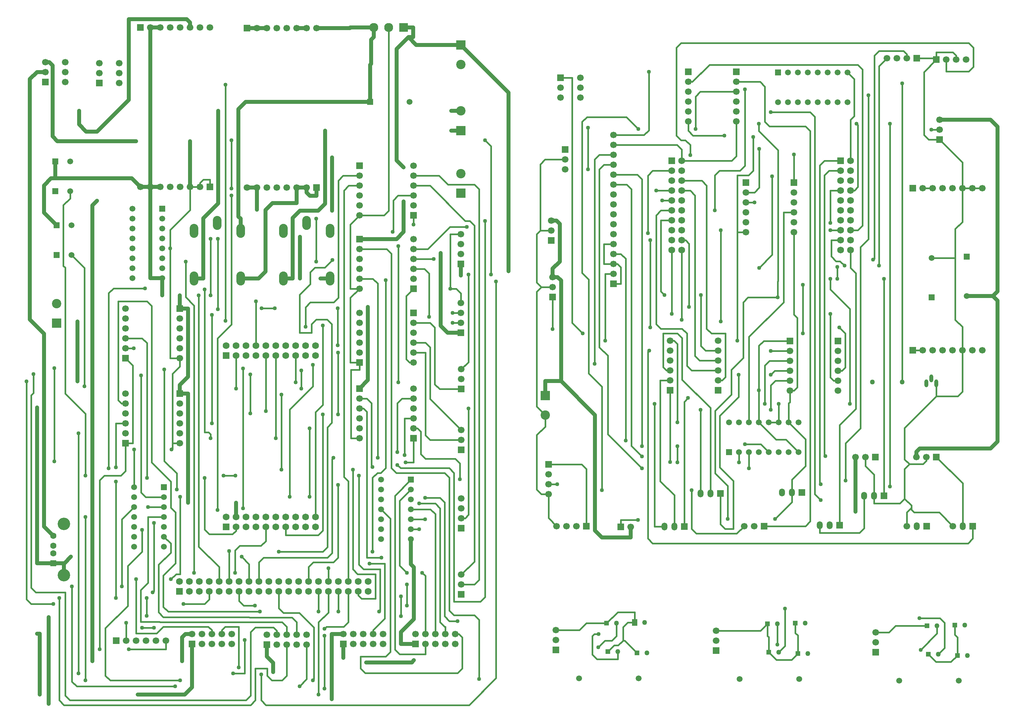
<source format=gbr>
G04 DipTrace 3.0.0.1*
G04 Bottom.gbr*
%MOIN*%
G04 #@! TF.FileFunction,Copper,L2,Bot*
G04 #@! TF.Part,Single*
G04 #@! TA.AperFunction,Conductor*
%ADD15C,0.03937*%
%ADD16C,0.015748*%
G04 #@! TA.AperFunction,ComponentPad*
%ADD17R,0.066929X0.066929*%
%ADD18C,0.066929*%
%ADD19R,0.094488X0.094488*%
%ADD20C,0.094488*%
%ADD21R,0.090551X0.090551*%
%ADD22C,0.090551*%
%ADD23R,0.059055X0.059055*%
%ADD24C,0.059055*%
%ADD25O,0.059055X0.07874*%
%ADD28R,0.062992X0.062992*%
%ADD29C,0.062992*%
%ADD30C,0.125984*%
%ADD31R,0.068898X0.068898*%
%ADD32C,0.068898*%
%ADD33O,0.086614X0.141732*%
%ADD34O,0.03937X0.07874*%
%ADD35C,0.05*%
%ADD36C,0.05*%
%ADD38R,0.055118X0.066929*%
%ADD39R,0.05X0.05*%
%ADD40C,0.059055*%
G04 #@! TA.AperFunction,ViaPad*
%ADD41C,0.04*%
%FSLAX26Y26*%
G04*
G70*
G90*
G75*
G01*
G04 Bottom*
%LPD*%
X3561026Y7331024D2*
D15*
X3895988D1*
X3900222Y7335257D1*
X4136295D1*
X2285978Y7335177D2*
Y7386358D1*
X2252513Y7419823D1*
X1670517D1*
Y6606949D1*
X1351316Y6287748D1*
X1304182Y950008D2*
Y1394197D1*
X2207178Y950008D2*
Y1188640D1*
X2240643Y1222105D1*
X2304822D1*
X863970Y519610D2*
Y1394197D1*
X3711781Y566854D2*
Y1222105D1*
X3829982D1*
X3361026Y7331024D2*
X3461026D1*
X4098760Y6585178D2*
X2845196D1*
X2774328Y6514311D1*
Y5430121D1*
X2796098Y5408350D1*
Y5286301D1*
X4136295Y7335257D2*
Y7238484D1*
X4110702Y7212891D1*
Y6970005D1*
X4098760Y6958063D1*
Y6585178D1*
X1351316Y6287748D2*
X1241076D1*
X1170210Y6358614D1*
Y6496724D1*
X1304182Y1394197D2*
Y5543642D1*
X1351316Y5590776D1*
X10107344Y4629073D2*
X10370542D1*
X10417786Y4676318D1*
Y6334853D1*
X10346920Y6405719D1*
X9833778D1*
X5924349Y5389122D2*
X5975530D1*
X6008995Y5355657D1*
Y4977105D1*
X5936850Y4904961D1*
Y4820312D1*
X5988034D1*
X6021499Y4786848D1*
Y3772129D1*
X6362652Y3430975D1*
Y2267322D1*
X6433518Y2196455D1*
X6724423D1*
Y2301319D1*
X8987192Y3007643D2*
Y2454648D1*
X9599756Y3007643D2*
Y3058825D1*
X9633220Y3092290D1*
X10346920D1*
X10417786Y3163156D1*
Y4581829D1*
X10370542Y4629073D1*
X6021499Y3772129D2*
X5861843D1*
Y3626458D1*
X3992454Y3197323D2*
D16*
X3907970D1*
Y3887118D1*
X3992454D1*
Y3959955D1*
X1375364Y1070413D2*
Y2772421D1*
X1422608Y2819665D1*
X1588873D1*
X1636115Y2866908D1*
Y3147318D1*
X1670954Y1070413D2*
X2042138D1*
Y1155375D1*
X3992454Y5441486D2*
X4239049D1*
X4286295Y5488732D1*
Y7335257D1*
X3992454Y4703731D2*
X3900092D1*
Y5349123D1*
X3992454Y5441486D1*
Y3959955D2*
X3900092D1*
Y4611369D1*
X3992454Y4703731D1*
X1636115Y3147318D2*
X1708950D1*
Y3930741D1*
X1636115Y4003576D1*
X5013911Y5253757D2*
X4905655D1*
Y4703728D1*
X1742505Y6190555D2*
D15*
X949643D1*
X902399Y6237799D1*
Y6953752D1*
X868934Y6987217D1*
X829563D1*
X1723542Y2703521D2*
D16*
Y3082220D1*
X1723545D1*
X4536312Y4703727D2*
X4463478Y4630892D1*
Y3993420D1*
X4496942Y3959955D1*
X4536312D1*
Y5441361D2*
Y5348063D1*
X2486091Y5728839D2*
Y5801673D1*
X2419555D1*
X2386091Y5768209D1*
Y5728839D1*
X4536312Y3197472D2*
Y2954043D1*
X4457887D1*
X2098399Y3082220D2*
X2110525Y3094346D1*
Y3147286D1*
X2183360D1*
Y4003710D2*
Y3920047D1*
X2110525Y3847213D1*
Y3147286D1*
X2085816Y5110346D2*
Y4003710D1*
X2183360D1*
X2286091Y5728839D2*
Y5496677D1*
X2085816Y5296403D1*
Y5110346D1*
X2286092Y6190555D2*
D15*
Y5728839D1*
X2286091D1*
X4905655Y4703728D2*
D16*
X4966667D1*
X5013911Y4656484D1*
Y4559934D1*
X2386091Y5728839D2*
X2286091D1*
X9799756Y3007643D2*
X10066287Y2741112D1*
Y2310631D1*
X5936850Y4620312D2*
Y4295455D1*
X5936849D1*
X8835749Y5893316D2*
X8719672D1*
X8672428Y5846072D1*
Y3015759D1*
X8684554D1*
X5897093Y2733072D2*
X5982054D1*
Y2733073D1*
X8637310D2*
X8625184Y2745199D1*
Y5946072D1*
X8672428Y5993316D1*
X8835749D1*
X7630093Y4371916D2*
Y5291534D1*
X7309570Y4520810D2*
Y5157088D1*
X7275121Y5191537D1*
X7235749D1*
X7300487Y3602479D2*
X7261990Y3563982D1*
Y2307570D1*
X8325783Y4075348D2*
X8133286D1*
Y4075349D1*
X8073920Y3543109D2*
Y3928104D1*
X8121164Y3975348D1*
X8325783D1*
X6961991Y3543109D2*
Y2307570D1*
X7061990D1*
X7235749Y5791537D2*
X7440436D1*
X7487680Y5744293D1*
Y4300420D1*
X7534924Y4253176D1*
X7677337D1*
Y3813803D1*
X7643873Y3780339D1*
X7604501D1*
X7121038Y3780329D2*
X7021361D1*
Y2764231D1*
X7161990Y2623602D1*
Y2307570D1*
X1087990Y2001197D2*
D15*
X1023500Y1936707D1*
X1017121D1*
Y1815841D1*
X2183360Y4635917D2*
Y4503710D1*
X1985978Y7335177D2*
X1885978D1*
X4809934Y5063098D2*
Y4490508D1*
X4511303Y2178529D2*
Y1925547D1*
X4539982Y1896869D1*
Y1372185D1*
X4409115Y1241319D1*
Y1122105D1*
X4555058D1*
X5493592Y4879555D2*
Y6680558D1*
X5013911Y7160239D1*
X1986091Y5728839D2*
X1886091D1*
X1017121Y1936707D2*
X910822D1*
X2748230Y2544677D2*
Y2402315D1*
X2748545D1*
X1786091Y5728839D2*
X1699843Y5815087D1*
X929572D1*
X886647D1*
X815781Y5744220D1*
Y5469609D1*
X942075Y5343315D1*
X5013911Y4953757D2*
Y4834594D1*
X4060832Y936949D2*
X4518741D1*
X4540301Y958508D1*
X1151860Y3768150D2*
Y4018177D1*
X773214Y614098D2*
Y1224606D1*
X745230D1*
X2304822Y1122105D2*
Y684966D1*
X2233954Y614098D1*
X1758749D1*
X3061151Y1115854D2*
Y994866D1*
X3121753Y934264D1*
Y839453D1*
X3829982Y982449D2*
Y1122105D1*
X4436848Y5581988D2*
Y5274597D1*
X4365982Y5203731D1*
X3992454D1*
X2861026Y7331024D2*
X2961026D1*
X5013911Y7160239D2*
X4564385D1*
X4485824Y7238799D1*
X4533068D1*
Y7335257D1*
X4436295D1*
X4077100Y4520035D2*
Y3781969D1*
X3992454Y3697323D1*
X2183360Y3647286D2*
X2268005D1*
Y2544677D1*
X2183360Y4503710D2*
X2268005D1*
Y3816579D1*
X2183360Y3731933D1*
Y3647286D1*
X2004790Y4810066D2*
Y4635917D1*
X2004793D1*
X1886091Y5728839D2*
Y4810066D1*
X2004790D1*
X1885978Y7335177D2*
Y7108858D1*
X1886091Y7108745D1*
Y5728839D1*
X4809934Y4490508D2*
Y4330801D1*
X4880801Y4259934D1*
X5013911D1*
X4485824Y7238799D2*
X4365671Y7118646D1*
Y5997185D1*
X4436848Y5926008D1*
X929572Y5815087D2*
Y5987133D1*
X929573D1*
X1886091Y5728839D2*
X1786091D1*
X745230Y1936709D2*
Y3506689D1*
X910822Y1936707D2*
X745230D1*
Y1936709D1*
X1151860Y4018177D2*
Y4371122D1*
X2961026Y7331024D2*
X3061026D1*
X2570738Y6494500D2*
Y5563425D1*
X2420588Y5413276D1*
Y4806301D1*
X2326098D1*
X5013911Y6494499D2*
X4915171D1*
Y6494500D1*
X3645852Y6297650D2*
Y5559303D1*
X3574986Y5488437D1*
X3391549D1*
X3320682Y5417571D1*
Y4806387D1*
X3226193D1*
X5013911Y6297648D2*
X4915171D1*
Y6297650D1*
X8935749Y5093316D2*
D16*
Y4911091D1*
X8988699Y4858140D1*
Y3493318D1*
X8826337Y3330955D1*
Y2320976D1*
X9273357Y4802609D2*
Y2617554D1*
X8803294Y4921349D2*
Y4802609D1*
X8731798Y5367136D2*
Y5693316D1*
X8835749D1*
X6894987Y5263030D2*
Y5844293D1*
X6942231Y5891537D1*
X7135749D1*
X7883836Y5574096D2*
X7968798D1*
Y5574097D1*
X8929329Y3543109D2*
Y4498463D1*
X8731798Y4695995D1*
Y4802609D1*
X8114552Y3355469D2*
X8214552D1*
Y3543109D1*
X8214554D1*
X7135749Y5691537D2*
X6979570D1*
Y5691538D1*
X8367301Y5474096D2*
X8261798D1*
Y4566067D1*
X7914552Y4218822D1*
Y3355469D1*
X8016038Y4913837D2*
X8146908Y5044707D1*
Y5834806D1*
X7321696Y6050908D2*
Y6153129D1*
X7274451Y6200373D1*
X7230487D1*
X7183243Y6247617D1*
Y7132794D1*
X7230487Y7180038D1*
X10126857D1*
X10174101Y7132794D1*
Y6939881D1*
X10126857Y6892636D1*
X9901264D1*
Y7012714D1*
X7570727Y5491538D2*
Y5846932D1*
X7617971Y5894176D1*
X7824507D1*
X7871751Y5941420D1*
Y6712660D1*
X8835749Y5293316D2*
X8731798D1*
Y5293318D1*
X9163428Y4995251D2*
X9175554Y5007377D1*
Y7051436D1*
X9222798Y7098680D1*
X9469152D1*
X9502617Y7065215D1*
Y7025845D1*
X8874790Y4935881D2*
X8829951Y4980719D1*
X8791172D1*
X8743928Y5027963D1*
Y5193316D1*
X8835749D1*
X9222798Y4935881D2*
Y6946026D1*
X9302617Y7025845D1*
X8935749Y5293316D2*
X9009570D1*
X9056814Y5340560D1*
Y6913428D1*
X9009570Y6960672D1*
X7515521D1*
X7342696Y6787846D1*
X7303323D1*
X7786787Y6787836D2*
X8025609D1*
X8072853Y6740592D1*
Y6386979D1*
X8120097Y6339735D1*
X8483451D1*
X8530696Y6292491D1*
Y2357877D1*
X8483450Y2310631D1*
X8065577D1*
X7334825Y2673699D2*
Y2281983D1*
X7382070Y2234739D1*
X7789685D1*
X7865577Y2310631D1*
X6798333Y6312499D2*
X6678255Y6432577D1*
X6281463D1*
X6234219Y6385333D1*
Y4863857D1*
X6300503Y4797573D1*
Y3850605D1*
X6433833Y3717274D1*
Y2673699D1*
X7376160Y6312499D2*
Y6640593D1*
X7423403Y6687836D1*
X7786787D1*
X9116184Y6653290D2*
Y5203900D1*
X9035944Y5123660D1*
Y3297617D1*
X8885707Y3147381D1*
Y2767790D1*
X8637310Y2573073D2*
X8577940Y2632444D1*
Y6436585D1*
X8530696Y6483829D1*
X8132223D1*
X910822Y2212298D2*
D15*
X816411Y2306709D1*
Y4250764D1*
X674049Y4393126D1*
Y6816350D1*
X744915Y6887217D1*
X829563D1*
X2861203Y5722588D2*
X2961203D1*
X3391864Y4806386D2*
Y5227335D1*
X3696193Y4806387D2*
X3601387D1*
Y4806386D1*
X2961203Y5722588D2*
Y5499445D1*
X2961202D1*
X3561203Y5722588D2*
Y5637941D1*
X3494668D1*
X3461203Y5671406D1*
Y5722588D1*
X3361203D2*
Y5567079D1*
X3116718D1*
X3045852Y5496213D1*
Y4877165D1*
X2974987Y4806301D1*
X2796098D1*
X3461203Y5722588D2*
X3361203D1*
X7956672Y6233121D2*
D16*
Y5894176D1*
X7909428Y5846932D1*
X7796077D1*
Y5274097D1*
Y4180339D1*
X9748818Y6305719D2*
X9833778D1*
X7303323Y6387846D2*
Y6294864D1*
X7350570Y6247617D1*
X7665790D1*
X7883836Y5274096D2*
X7796077Y5274097D1*
X6278004Y2310631D2*
Y2885827D1*
X6230759Y2933072D1*
X5897093D1*
X6551445Y6153127D2*
X7188503D1*
X7235749Y6105881D1*
Y5991537D1*
X8626337Y2320976D2*
Y2242235D1*
X9026112D1*
X9073357Y2289480D1*
Y2617554D1*
X8367301Y5274096D2*
Y4441274D1*
X8398621Y4409954D1*
Y3708812D1*
X8365156Y3675348D1*
X8325783D1*
X6551445Y4853127D2*
X6466487D1*
Y4180329D1*
X9662274Y5716143D2*
X9762274D1*
X7121038Y4180329D2*
X7160408D1*
X7193873Y4146865D1*
Y3355471D1*
X7235749Y5991537D2*
X7739542D1*
X7786787Y6038782D1*
Y6387836D1*
X8346075Y2648589D2*
Y2552362D1*
X8177180Y2383467D1*
X8314552Y3355469D2*
X8483451Y3186570D1*
Y2915192D1*
X8346075Y2777815D1*
Y2648589D1*
X8325783Y3675348D2*
Y3560143D1*
X8314552Y3548912D1*
Y3355469D1*
X6061604Y6004719D2*
X5859404D1*
X5812160Y5957475D1*
Y5289122D1*
X5775227Y5252189D1*
Y4767554D1*
X5822471Y4720310D1*
X5775227Y4673066D1*
Y3516223D1*
X5861843Y3429608D1*
X9602617Y7025845D2*
X9788133D1*
X9801264Y7012714D1*
X10062274Y4082285D2*
Y3665298D1*
X10015030Y3618054D1*
X9799786D1*
X9799787Y3618055D1*
Y3750724D1*
X8325783Y4175348D2*
X8061797D1*
X8014550Y4128101D1*
Y3680337D1*
X9087192Y3007643D2*
Y2915908D1*
X9173357Y2829743D1*
Y2617554D1*
X8935749Y5993316D2*
Y6405156D1*
X8974349Y6443756D1*
Y6815491D1*
X8905450Y6884390D1*
X5822471Y4720310D2*
Y4720312D1*
X5936850D1*
X7121038Y3680329D2*
Y2954944D1*
X9173357Y2617554D2*
Y2538814D1*
X9433987D1*
X9481231Y2586058D1*
X9548873Y2518416D1*
Y2495987D1*
X9501626Y2448740D1*
Y2310631D1*
X9699756Y3007643D2*
Y2968270D1*
X9666291Y2934806D1*
X9528475D1*
X9481231Y2982050D1*
Y3299499D1*
X9799787Y3618055D1*
X6551445Y6253127D2*
X6857702D1*
X6904948Y6300373D1*
Y6887845D1*
X10062274Y5716143D2*
Y5375932D1*
X9991199Y5304857D1*
Y5012609D1*
Y4389385D1*
X10062274Y4318310D1*
Y4082285D1*
X6551445Y4753127D2*
X6624282D1*
Y4919663D1*
X6590818Y4953127D1*
X6551445D1*
X9801264Y7012714D2*
Y7085550D1*
X9967799D1*
X10001264Y7052085D1*
Y7012714D1*
X10062274Y5716143D2*
X10162274D1*
X8367301Y5774096D2*
Y6055010D1*
X8367302D1*
X5897093Y2633072D2*
Y2391542D1*
X5978004Y2310631D1*
X5861843Y3429608D2*
Y3313239D1*
X5777014Y3228411D1*
Y2680316D1*
X5824259Y2633072D1*
X5897093D1*
X9481231Y2586058D2*
Y2887562D1*
X9528475Y2934806D1*
X9991199Y5012609D2*
X9754068D1*
X9833778Y6205719D2*
X10062274Y5977223D1*
Y5716143D1*
X9801264Y7012714D2*
X9675451Y6886902D1*
Y6252963D1*
X9722696Y6205719D1*
X9833778D1*
X5924349Y5289122D2*
X5812160D1*
X8014552Y3355469D2*
X8186282Y3183739D1*
X8286282D1*
X8414552Y3055469D1*
X8014550Y3680337D2*
Y3355469D1*
X8014552D1*
X9548873Y2495987D2*
Y2475589D1*
X9575719Y2448743D1*
X9828176D1*
X9966287Y2310631D1*
X6551445Y4953127D2*
X6454361D1*
Y5153127D1*
X6551445D1*
X10162274Y5716143D2*
X10262274D1*
X1600718Y1703173D2*
Y2380697D1*
X1723542Y2503521D1*
X2135997Y697091D2*
X1145320D1*
X1098076Y744335D1*
Y1703173D1*
X3388320Y697091D2*
X3461151Y769921D1*
Y1115854D1*
X1232470Y756461D2*
Y2403520D1*
X3640600Y1205067D2*
Y673469D1*
X4511303Y2778529D2*
X4350060Y2617286D1*
Y1065122D1*
X4397304Y1017878D1*
X4655058D1*
Y1122105D1*
X911214Y1525063D2*
X685860D1*
X638615Y1572307D1*
Y3768150D1*
X2220438Y1525063D2*
X2432564D1*
X2479808Y1572307D1*
Y1653411D1*
X920718Y2963220D2*
Y3902323D1*
X3776222Y2725740D2*
Y1993217D1*
X3728978Y1945972D1*
X3527052D1*
X3479808Y1898728D1*
Y1753411D1*
X1911182Y1643803D2*
X1923308Y1655929D1*
Y2344150D1*
X710112Y3842953D2*
Y3653114D1*
X685860Y3628862D1*
Y1691047D1*
X733104Y1643803D1*
X1029954D1*
Y601972D1*
X1077198Y554728D1*
X2849155D1*
X2896399Y601972D1*
Y1241445D1*
X2943643Y1288689D1*
X3127686D1*
X3161151Y1255224D1*
Y1215854D1*
X1792442Y3830831D2*
Y2650765D1*
X1839686Y2603521D1*
X2023542D1*
X970584Y1584433D2*
Y554728D1*
X1017828Y507484D1*
X2896399D1*
X2943643Y554728D1*
Y875209D1*
X3062383D1*
Y803717D1*
X3109627Y756472D1*
X3213907D1*
X3261151Y803717D1*
Y1115854D1*
X1541348Y2760295D2*
Y1584433D1*
X2023542Y2503521D2*
X1863938D1*
Y2503520D1*
X3261151Y1215854D2*
Y1294941D1*
X3213907Y1342185D1*
X1983891D1*
X1979123Y1346953D1*
X1791273D1*
Y1666843D1*
X1863938Y1739508D1*
Y2403521D1*
X2023542D1*
X2186556Y756461D2*
X1481978D1*
X1434734Y803705D1*
Y1281520D1*
X1660088Y1506874D1*
Y1908827D1*
X1804568Y2053307D1*
Y2273996D1*
X3361151Y1215854D2*
Y1342185D1*
X3313907Y1389429D1*
X2885505D1*
X2880738Y1394197D1*
X2017797D1*
X1970552Y1441441D1*
Y1921720D1*
X2092442Y2043610D1*
Y2134621D1*
X2023542Y2203521D1*
X4623289Y1840024D2*
X4655058Y1808255D1*
Y1222105D1*
X4468801Y1840024D2*
X4397304Y1911520D1*
Y2564530D1*
X4511303Y2678529D1*
Y2478529D2*
X4707812D1*
X4755058Y2431283D1*
Y1222105D1*
X4651698Y2597272D2*
X4802304D1*
X4849549Y2550028D1*
Y1401555D1*
X4896793Y1354311D1*
X4980415D1*
X4511303Y2378529D2*
X4651698D1*
Y2378528D1*
X4592328Y2537902D2*
X4755060D1*
X4802304Y2490657D1*
Y1342185D1*
X4849549Y1294941D1*
X4855058D1*
Y1222105D1*
X4511303Y2278529D2*
X4592328D1*
Y2278528D1*
X4955058Y1222105D2*
X4994430D1*
X5027895Y1188640D1*
Y877579D1*
X4980651Y830335D1*
X4048706D1*
X4001462Y877579D1*
Y996319D1*
X4255572D1*
X4302816Y1043563D1*
Y2387016D1*
X4211303Y2478529D1*
X9457073Y3763416D2*
Y6772030D1*
X3927052Y2879602D2*
Y1874476D1*
X3974297Y1827232D1*
X4153627D1*
Y1579591D1*
X4014256D1*
X3979808Y1614038D1*
Y1653411D1*
X3207966Y3635657D2*
Y2879602D1*
X1223356Y3720154D2*
Y4912034D1*
X1092075Y5043315D1*
X2805993Y2001197D2*
X2879808Y1927382D1*
Y1753411D1*
X1232470Y2819669D2*
Y3442445D1*
X1028690Y3646224D1*
Y4916091D1*
X1010974Y4933807D1*
Y5544661D1*
X1079573Y5613261D1*
Y5687133D1*
X6401134Y1222865D2*
X6355512D1*
X6335512Y1202865D1*
Y1015314D1*
X6382756Y968070D1*
X6593169D1*
Y1044936D1*
X6394882Y1088692D2*
X6462740Y1156550D1*
X6533423D1*
X6580667Y1203794D1*
Y1332466D1*
X6786950Y1032436D2*
X6662836Y1156550D1*
X6645039D1*
Y1291471D1*
X6692286Y1338718D1*
X6761948D1*
X6645039Y1156550D2*
X6597795Y1109306D1*
X6557539D1*
X6493169Y1044936D1*
X6480667Y1332466D2*
X6275413D1*
X6206635Y1263688D1*
X5970379D1*
X6761948Y1338718D2*
Y1444081D1*
X6592282D1*
X6480667Y1332466D1*
X8276461Y1479516D2*
Y1103056D1*
X8212089Y1038685D1*
X8199587Y1115181D2*
Y1326215D1*
X7583049Y1257437D2*
X8030808D1*
X8099587Y1326215D1*
X8405870Y1026185D2*
Y1208311D1*
X8380867Y1233314D1*
Y1332467D1*
X8112089Y1038685D2*
X8188959Y961815D1*
X8341500D1*
X8405870Y1026185D1*
X8099587Y1326215D2*
Y1203794D1*
X8112089Y1191291D1*
Y1038685D1*
X9629512Y1383961D2*
X9835634D1*
X9882878Y1336717D1*
Y1084303D1*
X9818508Y1019933D1*
X9641638Y1063689D2*
X9806005Y1228056D1*
Y1307463D1*
X9706005D2*
X9391181D1*
X9322403Y1238685D1*
X9189467D1*
X9987286Y1313715D2*
Y1214602D1*
X10012289Y1189600D1*
Y1007433D1*
X9947919Y943063D1*
X9795378D1*
X9718508Y1019933D1*
X3717033Y5488437D2*
D15*
Y6025819D1*
X5017606Y3178852D2*
D16*
X4703635D1*
X4656391Y3226096D1*
Y4059955D1*
X4536312D1*
X3776277Y3436142D2*
Y4059953D1*
X3622364Y3436142D2*
Y2267433D1*
X3575119Y2220189D1*
X3248545D1*
Y2302315D1*
X1851812Y2797236D2*
Y4156332D1*
X1804568Y4203576D1*
X1636115D1*
X2433990Y2797236D2*
Y2275740D1*
X2481234Y2228496D1*
X2714096D1*
X2748545Y2262945D1*
Y2302315D1*
X2504860Y3347287D2*
Y4438067D1*
X5013911Y4359934D2*
X4928950D1*
Y4359933D1*
X3048596Y3469673D2*
Y4028667D1*
X2493360Y3195795D2*
Y3235161D1*
X2473360Y3255161D1*
X2433990D1*
Y4695287D1*
X5013911Y4459934D2*
X4928675D1*
Y4459933D1*
X3148596Y3195795D2*
Y4028667D1*
X4384438Y3758031D2*
Y5132547D1*
X3348596Y3758031D2*
Y4028667D1*
X2643777Y6760697D2*
Y4378697D1*
X2891537Y3838709D2*
Y3447287D1*
X2564856Y5204835D2*
Y4497437D1*
X2703147Y6198909D2*
Y5712980D1*
X5315797Y4846720D2*
Y6139539D1*
X5256427Y6198909D1*
X5090442Y4846720D2*
Y3964252D1*
X5017606Y3891416D1*
X2948596Y4576547D2*
Y4128667D1*
X1636115Y4103576D2*
X1721076D1*
Y4103575D1*
X4536312Y4359955D2*
X4703635D1*
X4750879Y4312711D1*
Y3738661D1*
X4798125Y3691416D1*
X5017606D1*
X3622415Y4334366D2*
Y3532449D1*
X3548545Y3458579D1*
Y2402315D1*
X4536312Y4159955D2*
X4656391D1*
X4703635Y4112711D1*
Y3592823D1*
X5017606Y3278852D1*
X3407966Y3695350D2*
Y3878079D1*
X2748596Y3695350D2*
Y4028667D1*
X4692139Y4419327D2*
Y4856483D1*
X4644895Y4903727D1*
X4536312D1*
X2374619Y4635917D2*
Y2103916D1*
X2579808Y1898727D1*
Y1753411D1*
X4373950Y2926803D2*
X4406080Y2894673D1*
X4896793D1*
X4944037Y2847429D1*
Y1549323D1*
X5209182D1*
X5256427Y1596567D1*
Y5385965D1*
X3555997Y4975996D2*
Y5408752D1*
X2327375Y1839358D2*
Y4534224D1*
X2242730Y4618870D1*
Y4975996D1*
X1850643Y1406323D2*
Y1584433D1*
X1922139Y1287583D2*
X1803399D1*
X1833060Y4707098D2*
X1514883D1*
X1467639Y4659854D1*
Y2891161D1*
X4325068Y5276567D2*
X4333541Y5285039D1*
Y5594117D1*
X4380785Y5641361D1*
X4536312D1*
X2564230Y2473496D2*
Y4202488D1*
X2703147Y4341406D1*
Y5641484D1*
X2679808Y2060567D2*
Y1753411D1*
X4445761Y3025539D2*
Y3397472D1*
X4536312D1*
X4468801Y1508169D2*
Y1721398D1*
X2939178Y1508169D2*
X2827051D1*
X2779808Y1555412D1*
Y1653411D1*
X5090442Y3497472D2*
Y2424442D1*
X5056978Y2390978D1*
X5017606D1*
X4409430Y1602657D2*
Y1401555D1*
X4212997Y1993217D2*
X4065289D1*
Y3463858D1*
X4031824Y3497323D1*
X3992454D1*
X4124659Y2052587D2*
Y2800185D1*
X4171903Y2847429D1*
X4207966D1*
X4255210Y2894673D1*
Y4788685D1*
X4175218Y2998339D2*
Y4756487D1*
X4127974Y4803731D1*
X3992454D1*
X3728978Y2998339D2*
X3716852Y2986213D1*
Y2040461D1*
X3669608Y1993217D1*
X3027052D1*
X2979808Y1945972D1*
Y1753411D1*
X4373950Y3057709D2*
Y3550228D1*
X4421194Y3597472D1*
X4536312D1*
X4094257Y1933846D2*
X4248115D1*
Y1379609D1*
X4129982Y1261475D1*
Y1222105D1*
X4124659Y2906799D2*
X4112533Y2918925D1*
Y3550079D1*
X4065289Y3597323D1*
X3992454D1*
X1744029Y1774669D2*
Y1228213D1*
X1948143D1*
X2014871Y1294941D1*
X2471356D1*
X2504822Y1261475D1*
Y1222105D1*
X2186930Y2607000D2*
Y1827232D1*
X2145009D1*
X2092446Y1774669D1*
X3522415Y3937449D2*
Y3718717D1*
X3289230Y3485531D1*
Y2607000D1*
X3773895Y4505051D2*
Y4131449D1*
X3007966Y4505051D2*
X3141155D1*
X5073990Y5326594D2*
X4903510D1*
X4680643Y5103727D1*
X4536312D1*
X2491769Y5204835D2*
X2493360Y5203244D1*
Y4635917D1*
X5197060Y768276D2*
Y1366437D1*
X5149816Y1413681D1*
X4944037D1*
X4896793Y1460925D1*
Y2800185D1*
X4849549Y2847429D1*
X4361824D1*
X4314580Y2894673D1*
Y5056487D1*
X4267336Y5103731D1*
X3992454D1*
X3521860Y756461D2*
X3533986Y768587D1*
Y1288689D1*
X3386001Y1436673D1*
X3227051D1*
X3179808Y1483916D1*
Y1653411D1*
X2777659Y886705D2*
Y1294941D1*
X2638286D1*
X2604822Y1261476D1*
Y1222105D1*
X5366356Y4775228D2*
Y778374D1*
X5095466Y507484D1*
X3050257D1*
X3003013Y554728D1*
Y815839D1*
X4536312Y5003727D2*
X4738442D1*
Y5003728D1*
X3719501Y4991606D2*
X3644521Y4916626D1*
X3543875D1*
X3496631Y4869382D1*
Y4749461D1*
X3390021Y4642850D1*
Y4259957D1*
X3508761D1*
Y4346492D1*
X3556005Y4393736D1*
X3667281D1*
X3714525Y4346492D1*
Y3351988D1*
X3669608Y3307071D1*
Y2099831D1*
X3622364Y2052587D1*
X3179808D1*
X2989738Y1448799D2*
X2065041D1*
X2017797Y1496043D1*
Y1813531D1*
X2139686Y1935421D1*
Y2448134D1*
X2092442Y2495378D1*
Y2759913D1*
X1899056Y2953299D1*
Y4529169D1*
X1851812Y4576413D1*
X1563281D1*
Y3580782D1*
X1596745Y3547318D1*
X1636115D1*
X3579808Y1448799D2*
Y1653411D1*
X1642138Y1155375D2*
Y1334827D1*
X1642139D1*
X3581230Y614098D2*
Y1342185D1*
X3679808Y1440764D1*
Y1653411D1*
X5017606Y1722157D2*
X5149812D1*
X5197056Y1769402D1*
Y5705705D1*
X5149812Y5752949D1*
X4882362D1*
X4793950Y5841361D1*
X4536312D1*
X3449391Y4319327D2*
Y4517177D1*
X3496635Y4564421D1*
X3731627D1*
X3778871Y4611665D1*
Y5794240D1*
X3826117Y5841486D1*
X3992454D1*
X2819726Y2488260D2*
Y3898079D1*
X3679808Y1886602D2*
Y1753411D1*
X3779808Y1448799D2*
Y1653411D1*
X3986423Y2820232D2*
Y1921720D1*
X4033667Y1874476D1*
X4200871D1*
Y1460925D1*
X4188745Y1448799D1*
X2623600Y2820232D2*
X2742340D1*
X1539135Y2903850D2*
Y3347318D1*
X1636115D1*
X1161513Y827331D2*
Y3247315D1*
X2837029Y1162732D2*
Y827335D1*
X2718289D1*
X3640600Y1276563D2*
X3658978Y1294941D1*
X3832564D1*
X3879808Y1342185D1*
Y1653411D1*
X5017606Y1822157D2*
X5149812Y1954364D1*
Y5338720D1*
X5102568Y5385965D1*
X5057564D1*
X4702168Y5741361D1*
X4536312D1*
X3879808Y1753411D2*
Y2763031D1*
X3835647Y2807193D1*
Y5694240D1*
X3882892Y5741486D1*
X3992454D1*
X5003407Y2781894D2*
Y2941917D1*
X4956163Y2989161D1*
X4656391D1*
X4609147Y3036406D1*
Y3264007D1*
X4575681Y3297472D1*
X4536312D1*
X3489175Y2607000D2*
Y3297323D1*
X2026450Y3890201D2*
Y2966531D1*
X2151812Y2841169D1*
Y2678496D1*
X2739178Y1839358D2*
Y2066331D1*
X2786423Y2113575D1*
X3001301D1*
X3048545Y2160819D1*
Y2302315D1*
X8016042Y6114381D2*
Y5721340D1*
X7968798Y5674096D1*
X7883836D1*
X7698420Y2383467D2*
Y2716983D1*
X7572829Y2842573D1*
Y3471613D1*
X7736711Y3635495D1*
Y3886388D1*
X7855448Y4005125D1*
Y4567727D1*
X7902692Y4614971D1*
X8202428D1*
X6795605Y2374156D2*
X6624423D1*
Y2301319D1*
X8202428Y4614971D2*
Y4776609D1*
X8206278Y4780459D1*
Y6099696D1*
X8013483Y6292491D1*
Y6365089D1*
X6835617Y3014314D2*
X6730896Y3119034D1*
Y5705883D1*
X6683652Y5753127D1*
X6551445D1*
X6835617Y3114841D2*
Y5805883D1*
X6788373Y5853127D1*
X6551445D1*
X7192534Y2951814D2*
Y3114841D1*
X7814552Y3055469D2*
Y2951814D1*
X7814554D1*
X6835617Y2892444D2*
X6493203Y3234857D1*
Y4028294D1*
X6407117Y4114381D1*
Y5905883D1*
X6454361Y5953127D1*
X6551445D1*
X7914552Y3055469D2*
Y2892444D1*
X7914554D1*
X6359873Y3944845D2*
Y6005883D1*
X6407117Y6053127D1*
X6551445D1*
X7873924Y3136495D2*
X8033526D1*
X8114552Y3055469D1*
X6671526Y3174211D2*
Y5005883D1*
X6624282Y5053127D1*
X6551445D1*
X6293589Y6325963D2*
Y5904719D1*
X7135749Y5591537D2*
X7038936D1*
Y5591538D1*
X7604501Y3980339D2*
X7416184D1*
X7368940Y4027583D1*
Y5644290D1*
X7321693Y5691537D1*
X7235749D1*
X7061932Y4639546D2*
X7026814Y4674664D1*
Y5391537D1*
X7135749D1*
X7428310Y4639546D2*
Y4127583D1*
X7475554Y4080339D1*
X7604501D1*
X6909007Y4080329D2*
X6896881Y4068203D1*
Y2184644D1*
X6944125Y2137400D1*
X10119043D1*
X10166287Y2184644D1*
Y2310631D1*
X6241133Y4253176D2*
X6134440Y4359869D1*
Y6828699D1*
X6016824D1*
X9662274Y4082285D2*
X9562274D1*
X8457991Y4253176D2*
Y4743239D1*
X9332727Y6365089D2*
Y2708420D1*
X8997444Y6365089D2*
X9009570Y6352963D1*
Y5727765D1*
X8975121Y5693316D1*
X8935749D1*
X7235749Y5091537D2*
Y4389944D1*
X7235751D1*
X6920199Y4312546D2*
Y5191534D1*
X8822715Y4312546D2*
X8882085Y4253176D1*
Y3908823D1*
X8848621Y3875358D1*
X8809249D1*
X8731798Y4449314D2*
Y3808823D1*
X8765262Y3775358D1*
X8809249D1*
X7135749Y5091537D2*
Y4449314D1*
X7135751D1*
X8133290Y3834719D2*
X8173919Y3875348D1*
X8325783D1*
X7808207Y3834719D2*
Y3612503D1*
X7620073Y3424369D1*
Y2902837D1*
X7757790Y2765121D1*
Y2281983D1*
X7672827D1*
X7625583Y2329227D1*
Y2638243D1*
X7425583D2*
Y3483739D1*
X7425585D1*
X8133290D2*
Y3728104D1*
X8180534Y3775348D1*
X8325783D1*
X7135749Y5491537D2*
X7026814D1*
X6979570Y5444293D1*
Y4347652D1*
X7026814Y4300408D1*
X7241117D1*
X7288361Y4253164D1*
Y3927585D1*
X7335608Y3880339D1*
X7604501D1*
X7525583Y2638243D2*
Y3501383D1*
X7241117Y3785849D1*
Y4205920D1*
X7193873Y4253164D1*
X7048203D1*
Y3913794D1*
X7081668Y3880329D1*
X7121038D1*
D41*
X1351316Y5590776D3*
Y6287748D3*
X1170210Y6496724D3*
X2207178Y950008D3*
X1304182D3*
X863970Y1394197D3*
Y519610D3*
X3711781Y566854D3*
X1304182Y1394197D3*
X8987192Y2454648D3*
X1375364Y1070413D3*
X1670954D3*
X1742505Y6190555D3*
X2286092D3*
X1723545Y3082220D3*
X2098399D3*
X2085816Y5110346D3*
X4536312Y5348063D3*
X4457887Y2954043D3*
X4905655Y4703728D3*
X5936849Y4295455D3*
X8684554Y3015759D3*
X8637310Y2733073D3*
X5982054D3*
X7630093Y5291534D3*
Y4371916D3*
X7309570Y4520810D3*
X7300487Y3602479D3*
X8133286Y4075349D3*
X8073920Y3543109D3*
X6961991D3*
X2004793Y4635917D3*
X745230Y3506689D3*
X2268005Y2544677D3*
X2748230D3*
X4809934Y5063098D3*
X5013911Y4834594D3*
X4540301Y958508D3*
X4060832Y936949D3*
X1151860Y4371122D3*
Y3768150D3*
X745230Y1224606D3*
X773214Y614098D3*
X1758749D3*
X1087990Y2001197D3*
X3121753Y839453D3*
X4436848Y5581988D3*
X2183360Y4635917D3*
X1151860Y4018177D3*
X4436848Y5926008D3*
X4077100Y4520035D3*
X4809934Y4490508D3*
X5493592Y4879555D3*
X3829982Y982449D3*
X745230Y1936709D3*
X2570738Y6494500D3*
X4915171D3*
X3645852Y6297650D3*
X4915171D3*
X9273357Y4802609D3*
X8803294D3*
Y4921349D3*
X8731798Y5367136D3*
X6894987Y5263030D3*
X7968798Y5574097D3*
X8731798Y4802609D3*
X8929329Y3543109D3*
X8214554D3*
X6979570Y5691538D3*
X8146908Y5834806D3*
X8016038Y4913837D3*
X7321696Y6050908D3*
X7871751Y6712660D3*
X7570727Y5491538D3*
X9163428Y4995251D3*
X8731798Y5293318D3*
X8874790Y4935881D3*
X9222798D3*
X7334825Y2673699D3*
X6433833D3*
X6798333Y6312499D3*
X7376160D3*
X8885707Y2767790D3*
X9116184Y6653290D3*
X8132223Y6483829D3*
X8637310Y2573073D3*
X2961202Y5499445D3*
X3391864Y5227335D3*
Y4806386D3*
X3601387D3*
X9748818Y6305719D3*
X7665790Y6247617D3*
X7956672Y6233121D3*
X7796077Y4180339D3*
X8177180Y2383467D3*
X6466487Y4180329D3*
X7193873Y3355471D3*
X7121038Y2954944D3*
X6904948Y6887845D3*
X8367302Y6055010D3*
X8014550Y3680337D3*
X1600718Y1703173D3*
X1098076D3*
X2135997Y697091D3*
X3388320D3*
X1232470Y2403520D3*
Y756461D3*
X3640600Y673469D3*
Y1205067D3*
X638615Y3768150D3*
X911214Y1525063D3*
X2220438D3*
X920718Y3902323D3*
Y2963220D3*
X3776222Y2725740D3*
X1923308Y2344150D3*
X1911182Y1643803D3*
X710112Y3842953D3*
X1792442Y3830831D3*
X970584Y1584433D3*
X1541348D3*
Y2760295D3*
X1863938Y2503520D3*
X1804568Y2273996D3*
X2186556Y756461D3*
X4623289Y1840024D3*
X4468801D3*
X4980415Y1354311D3*
X4651698Y2597272D3*
Y2378528D3*
X4592328Y2537902D3*
Y2278528D3*
X9457073Y6772030D3*
X3927052Y2879602D3*
X3207966D3*
Y3635657D3*
X1223356Y3720154D3*
X2805993Y2001197D3*
X1232470Y2819669D3*
X6401134Y1222865D3*
X6394882Y1088692D3*
X8276461Y1479516D3*
X8199587Y1115181D3*
X9629512Y1383961D3*
X9641638Y1063689D3*
X3717033Y6025819D3*
Y5488437D3*
X3776277Y4059953D3*
Y3436142D3*
X3622364D3*
X1851812Y2797236D3*
X2433990D3*
X2504860Y4438067D3*
X4928950Y4359933D3*
X3048596Y3469673D3*
X2504860Y3347287D3*
X2433990Y4695287D3*
X4928675Y4459933D3*
X3148596Y3195795D3*
X2493360D3*
X4384438Y5132547D3*
Y3758031D3*
X3348596D3*
X2643777Y4378697D3*
Y6760697D3*
X2891537Y3447287D3*
Y3838709D3*
X2564856Y4497437D3*
Y5204835D3*
X2703147Y5712980D3*
Y6198909D3*
X5256427D3*
X5315797Y4846720D3*
X5090442D3*
X2948596Y4576547D3*
X1721076Y4103575D3*
X3622415Y4334366D3*
X3407966Y3878079D3*
Y3695350D3*
X2748596D3*
X4692139Y4419327D3*
X2374619Y4635917D3*
X5256427Y5385965D3*
X4373950Y2926803D3*
X3555997Y5408752D3*
Y4975996D3*
X2242730D3*
X2327375Y1839358D3*
X1850643Y1584433D3*
Y1406323D3*
X1803399Y1287583D3*
X1922139D3*
X1467639Y2891161D3*
X1833060Y4707098D3*
X4325068Y5276567D3*
X2703147Y5641484D3*
X2564230Y2473496D3*
X2679808Y2060567D3*
X4445761Y3025539D3*
X4468801Y1721398D3*
Y1508169D3*
X2939178D3*
X5090442Y3497472D3*
X4409430Y1401555D3*
Y1602657D3*
X4212997Y1993217D3*
X4255210Y4788685D3*
X4124659Y2052587D3*
X3728978Y2998339D3*
X4175218D3*
X4373950Y3057709D3*
X4094257Y1933846D3*
X4124659Y2906799D3*
X1744029Y1774669D3*
X2092446D3*
X2186930Y2607000D3*
X3289230D3*
X3522415Y3937449D3*
X3773895Y4131449D3*
Y4505051D3*
X3141155D3*
X3007966D3*
X2493360Y4635917D3*
X2491769Y5204835D3*
X5073990Y5326594D3*
X3521860Y756461D3*
X5197060Y768276D3*
X2777659Y886705D3*
X3003013Y815839D3*
X5366356Y4775228D3*
X4738442Y5003728D3*
X3179808Y2052587D3*
X3719501Y4991606D3*
X2989738Y1448799D3*
X3579808D3*
X1642139Y1334827D3*
X3581230Y614098D3*
X3449391Y4319327D3*
X2819726Y3898079D3*
Y2488260D3*
X3679808Y1886602D3*
X3779808Y1448799D3*
X4188745D3*
X3986423Y2820232D3*
X2742340D3*
X2623600D3*
X1539135Y2903850D3*
X1161513Y3247315D3*
Y827331D3*
X2718289Y827335D3*
X2837029Y1162732D3*
X3640600Y1276563D3*
X5003407Y2781894D3*
X3489175Y3297323D3*
Y2607000D3*
X2151812Y2678496D3*
X2026450Y3890201D3*
X2739178Y1839358D3*
X8016042Y6114381D3*
X8013483Y6365089D3*
X6795605Y2374156D3*
X7698420Y2383467D3*
X8202428Y4614971D3*
X6835617Y3014314D3*
Y3114841D3*
X7192534D3*
Y2951814D3*
X7814554D3*
X6835617Y2892444D3*
X7914554D3*
X6359873Y3944845D3*
X7873924Y3136495D3*
X6671526Y3174211D3*
X6293589Y5904719D3*
Y6325963D3*
X7038936Y5591538D3*
X7061932Y4639546D3*
X7428310D3*
X6909007Y4080329D3*
X6241133Y4253176D3*
X8457991Y4743239D3*
Y4253176D3*
X9332727Y2708420D3*
Y6365089D3*
X8997444D3*
X7235751Y4389944D3*
X6920199Y5191534D3*
Y4312546D3*
X8822715D3*
X8731798Y4449314D3*
X7135751D3*
X8133290Y3834719D3*
X7808207D3*
X7425585Y3483739D3*
X8133290D3*
D17*
X5936850Y4620312D3*
D18*
Y4720312D3*
Y4820312D3*
D19*
X5013911Y7160239D3*
D20*
Y6963388D3*
D19*
X5861843Y3626458D3*
D20*
Y3429608D3*
D21*
X4436295Y7335257D3*
D22*
X4286295D3*
X4136295D3*
D17*
X9833778Y6205719D3*
D18*
Y6305719D3*
Y6405719D3*
D23*
X7714552Y3055469D3*
D24*
X7814552D3*
X7914552D3*
X8014552D3*
X8114552D3*
X8214552D3*
X8314552D3*
X8414552D3*
Y3355469D3*
X8314552D3*
X8214552D3*
X8114552D3*
X8014552D3*
X7914552D3*
X7814552D3*
X7714552D3*
D17*
X5924349Y5189122D3*
D18*
Y5289122D3*
Y5389122D3*
D17*
X9187192Y3007643D3*
D18*
X9087192D3*
X8987192D3*
D17*
X9799756D3*
D18*
X9699756D3*
X9599756D3*
D17*
X5013911Y4953757D3*
D18*
Y5053757D3*
Y5153757D3*
Y5253757D3*
D17*
X5017606Y3691416D3*
D18*
Y3791416D3*
Y3891416D3*
D17*
X5897093Y2933072D3*
D18*
Y2833072D3*
Y2733072D3*
Y2633072D3*
D17*
X7261990Y2307570D3*
D25*
X7161990D3*
X7061990D3*
D17*
X5013911Y4259934D3*
D18*
Y4359934D3*
Y4459934D3*
Y4559934D3*
D17*
X5017606Y3078852D3*
D18*
Y3178852D3*
Y3278852D3*
D17*
X3829982Y1122105D3*
D18*
Y1222105D3*
X3929982Y1122105D3*
Y1222105D3*
X4029982Y1122105D3*
Y1222105D3*
X4129982Y1122105D3*
Y1222105D3*
X4229982Y1122105D3*
Y1222105D3*
D17*
X6061604Y6104719D3*
D18*
Y6004719D3*
Y5904719D3*
D17*
X1785978Y7335177D3*
D18*
X1885978D3*
X1985978D3*
X2085978D3*
X2185978D3*
X2285978D3*
X2385978D3*
X2485978D3*
D17*
X9562274Y4082285D3*
D18*
X9662274D3*
X9762274D3*
X9862274D3*
X9962274D3*
X10062274D3*
X10162274D3*
X10262274D3*
D17*
X2486091Y5728839D3*
D18*
X2386091D3*
X2286091D3*
X2186091D3*
X2086091D3*
X1986091D3*
X1886091D3*
X1786091D3*
D17*
X9562274Y5716143D3*
D18*
X9662274D3*
X9762274D3*
X9862274D3*
X9962274D3*
X10062274D3*
X10162274D3*
X10262274D3*
D17*
X2861026Y7331024D3*
D18*
X2961026D3*
X3061026D3*
X3161026D3*
X3261026D3*
X3361026D3*
X3461026D3*
X3561026D3*
D17*
X3561203Y5722588D3*
D18*
X3461203D3*
X3361203D3*
X3261203D3*
X3161203D3*
X3061203D3*
X2961203D3*
X2861203D3*
D23*
X4098760Y6585178D3*
D24*
X4496398D3*
D17*
X2304822Y1122105D3*
D18*
Y1222105D3*
X2404822Y1122105D3*
Y1222105D3*
X2504822Y1122105D3*
Y1222105D3*
X2604822Y1122105D3*
Y1222105D3*
X2704822Y1122105D3*
Y1222105D3*
D23*
X929573Y5987133D3*
D24*
X1079573D3*
D23*
X929573Y5687133D3*
D24*
X1079573D3*
D23*
X942075Y5343315D3*
D24*
X1092075D3*
D23*
X942075Y5043315D3*
D24*
X1092075D3*
D19*
X5013911Y6297648D3*
D20*
Y6494499D3*
D19*
Y5666332D3*
D20*
Y5863182D3*
D17*
X5017606Y2290978D3*
D18*
Y2390978D3*
Y2490978D3*
Y2590978D3*
D17*
Y1622157D3*
D18*
Y1722157D3*
Y1822157D3*
D17*
X1542138Y1155375D3*
D18*
X1642138D3*
X1742138D3*
X1842138D3*
X1942138D3*
X2042138D3*
D23*
X10107344Y5026711D3*
D24*
Y4629073D3*
D17*
X8826337Y2320976D3*
D25*
X8726337D3*
X8626337D3*
D17*
X9273357Y2617554D3*
D25*
X9173357D3*
X9073357D3*
D28*
X910822Y1936707D3*
D29*
Y2035133D3*
Y2113873D3*
Y2212298D3*
D30*
X1017121Y1815841D3*
Y2333164D3*
D31*
X2648545Y2302315D3*
D32*
X2748545D3*
X2848545D3*
X2948545D3*
X3048545D3*
X3148545D3*
X3248545D3*
X3348545D3*
X3448545D3*
X3548545D3*
Y2402315D3*
X3448545D3*
X3348545D3*
X3248545D3*
X3148545D3*
X3048545D3*
X2948545D3*
X2848545D3*
X2748545D3*
X2648545D3*
D31*
X2648596Y4028667D3*
D32*
X2748596D3*
X2848596D3*
X2948596D3*
X3048596D3*
X3148596D3*
X3248596D3*
X3348596D3*
X3448596D3*
X3548596D3*
Y4128667D3*
X3448596D3*
X3348596D3*
X3248596D3*
X3148596D3*
X3048596D3*
X2948596D3*
X2848596D3*
X2748596D3*
X2648596D3*
D33*
X2561098Y5366301D3*
X2326098Y5286301D3*
X2796098D3*
Y4806301D3*
X2326098D3*
X3461193Y5366387D3*
X3226193Y5286387D3*
X3696193D3*
Y4806387D3*
X3226193D3*
D17*
X6551445Y4753127D3*
D18*
Y4853127D3*
Y4953127D3*
Y5053127D3*
Y5153127D3*
Y5253127D3*
Y5353127D3*
Y5453127D3*
Y5553127D3*
Y5653127D3*
Y5753127D3*
Y5853127D3*
Y5953127D3*
Y6053127D3*
Y6153127D3*
Y6253127D3*
D17*
X8367301Y5774096D3*
D18*
Y5674096D3*
Y5574096D3*
Y5474096D3*
Y5374096D3*
Y5274096D3*
D17*
X7883836Y5774096D3*
D18*
Y5674096D3*
Y5574096D3*
Y5474096D3*
Y5374096D3*
Y5274096D3*
D17*
X9801264Y7012714D3*
D18*
X9901264D3*
X10001264D3*
X10101264D3*
D17*
X9602617Y7025845D3*
D18*
X9502617D3*
X9402617D3*
X9302617D3*
D17*
X4536312Y3197472D3*
D18*
Y3297472D3*
Y3397472D3*
Y3497472D3*
Y3597472D3*
Y3697472D3*
D17*
X3992454Y3697323D3*
D18*
Y3597323D3*
Y3497323D3*
Y3397323D3*
Y3297323D3*
Y3197323D3*
D17*
X4536312Y4703727D3*
D18*
Y4803727D3*
Y4903727D3*
Y5003727D3*
Y5103727D3*
Y5203727D3*
D17*
X3992454Y5203731D3*
D18*
Y5103731D3*
Y5003731D3*
Y4903731D3*
Y4803731D3*
Y4703731D3*
D17*
X2183360Y3647286D3*
D18*
Y3547286D3*
Y3447286D3*
Y3347286D3*
Y3247286D3*
Y3147286D3*
D17*
X1636115Y3147318D3*
D18*
Y3247318D3*
Y3347318D3*
Y3447318D3*
Y3547318D3*
Y3647318D3*
D17*
X2183360Y4503710D3*
D18*
Y4403710D3*
Y4303710D3*
Y4203710D3*
Y4103710D3*
Y4003710D3*
D17*
X1636115Y4003576D3*
D18*
Y4103576D3*
Y4203576D3*
Y4303576D3*
Y4403576D3*
Y4503576D3*
D17*
X4536312Y4459955D3*
D18*
Y4359955D3*
Y4259955D3*
Y4159955D3*
Y4059955D3*
Y3959955D3*
D17*
X3992454D3*
D18*
Y4059955D3*
Y4159955D3*
Y4259955D3*
Y4359955D3*
Y4459955D3*
D17*
X4536312Y5441361D3*
D18*
Y5541361D3*
Y5641361D3*
Y5741361D3*
Y5841361D3*
Y5941361D3*
D17*
X3992454Y5941486D3*
D18*
Y5841486D3*
Y5741486D3*
Y5641486D3*
Y5541486D3*
Y5441486D3*
D17*
X8065577Y2310631D3*
D18*
X7965577D3*
X7865577D3*
D17*
X8446075Y2648589D3*
D25*
X8346075D3*
X8246075D3*
D17*
X7786787Y6887836D3*
D18*
Y6787836D3*
Y6687836D3*
Y6587836D3*
Y6487836D3*
Y6387836D3*
D17*
X7303323Y6887846D3*
D18*
Y6787846D3*
Y6687846D3*
Y6587846D3*
Y6487846D3*
Y6387846D3*
D17*
X1373370Y6774715D3*
D18*
Y6874715D3*
Y6974715D3*
X1573370Y6774715D3*
Y6874715D3*
Y6974715D3*
D23*
X4511303Y2778529D3*
D24*
Y2678529D3*
Y2578529D3*
Y2478529D3*
Y2378529D3*
Y2278529D3*
Y2178529D3*
X4211303D3*
Y2278529D3*
Y2378529D3*
Y2478529D3*
Y2578529D3*
Y2678529D3*
Y2778529D3*
D23*
X2023542Y2703521D3*
D24*
Y2603521D3*
Y2503521D3*
Y2403521D3*
Y2303521D3*
Y2203521D3*
Y2103521D3*
X1723542D3*
Y2203521D3*
Y2303521D3*
Y2403521D3*
Y2503521D3*
Y2603521D3*
Y2703521D3*
D17*
X4555058Y1122105D3*
D18*
Y1222105D3*
X4655058Y1122105D3*
Y1222105D3*
X4755058Y1122105D3*
Y1222105D3*
X4855058Y1122105D3*
Y1222105D3*
X4955058Y1122105D3*
Y1222105D3*
D17*
X3061151Y1115854D3*
D18*
Y1215854D3*
X3161151Y1115854D3*
Y1215854D3*
X3261151Y1115854D3*
Y1215854D3*
X3361151Y1115854D3*
Y1215854D3*
X3461151Y1115854D3*
Y1215854D3*
D17*
X829563Y6787217D3*
D18*
Y6887217D3*
Y6987217D3*
X1029563Y6787217D3*
Y6887217D3*
Y6987217D3*
D17*
X6624423Y2301319D3*
D18*
X6724423D3*
D34*
X9699787Y3750724D3*
X9749787Y3800724D3*
X9799787Y3750724D3*
D35*
X9457073Y3763416D3*
D36*
X9157073D3*
D31*
X2179808Y1653411D3*
D32*
X2279808D3*
X2379808D3*
X2479808D3*
X2579808D3*
X2679808D3*
X2779808D3*
X2879808D3*
X2979808D3*
X3079808D3*
X3179808D3*
X3279808D3*
X3379808D3*
X3479808D3*
X3579808D3*
X3679808D3*
X3779808D3*
X3879808D3*
X3979808D3*
X4079808D3*
Y1753411D3*
X3979808D3*
X3879808D3*
X3779808D3*
X3679808D3*
X3579808D3*
X3479808D3*
X3379808D3*
X3279808D3*
X3179808D3*
X3079808D3*
X2979808D3*
X2879808D3*
X2779808D3*
X2679808D3*
X2579808D3*
X2479808D3*
X2379808D3*
X2279808D3*
X2179808D3*
D17*
X9701626Y2310631D3*
D25*
X9601626D3*
D18*
X9501626D3*
D17*
X10166287D3*
D25*
X10066287D3*
D18*
X9966287D3*
D17*
X7121038Y3680329D3*
D18*
Y3780329D3*
Y3880329D3*
Y3980329D3*
Y4080329D3*
Y4180329D3*
D17*
X7604501Y3680339D3*
D18*
Y3780339D3*
Y3880339D3*
Y3980339D3*
Y4080339D3*
Y4180339D3*
D17*
X6016824Y6828699D3*
D18*
Y6728699D3*
Y6628699D3*
X6216824Y6828699D3*
Y6728699D3*
Y6628699D3*
D31*
X7135749Y5991537D3*
D32*
Y5891537D3*
Y5791537D3*
Y5691537D3*
Y5591537D3*
Y5491537D3*
Y5391537D3*
Y5291537D3*
Y5191537D3*
Y5091537D3*
X7235749D3*
Y5191537D3*
Y5291537D3*
Y5391537D3*
Y5491537D3*
Y5591537D3*
Y5691537D3*
Y5791537D3*
Y5891537D3*
Y5991537D3*
D31*
X8835749Y5993316D3*
D32*
Y5893316D3*
Y5793316D3*
Y5693316D3*
Y5593316D3*
Y5493316D3*
Y5393316D3*
Y5293316D3*
Y5193316D3*
Y5093316D3*
X8935749D3*
Y5193316D3*
Y5293316D3*
Y5393316D3*
Y5493316D3*
Y5593316D3*
Y5693316D3*
Y5793316D3*
Y5893316D3*
Y5993316D3*
D17*
X8325783Y4175348D3*
D18*
Y4075348D3*
Y3975348D3*
Y3875348D3*
Y3775348D3*
Y3675348D3*
D17*
X8809249Y4175358D3*
D18*
Y4075358D3*
Y3975358D3*
Y3875358D3*
Y3775358D3*
Y3675358D3*
D17*
X6278004Y2310631D3*
D18*
X6178004D3*
X6078004D3*
X5978004D3*
D17*
X7625583Y2638243D3*
D25*
X7525583D3*
X7425583D3*
D23*
X2004790Y5510066D3*
D24*
Y5410066D3*
Y5310066D3*
Y5210066D3*
Y5110066D3*
Y5010066D3*
Y4910066D3*
Y4810066D3*
X1704790D3*
Y4910066D3*
Y5010066D3*
Y5110066D3*
Y5210066D3*
Y5310066D3*
Y5410066D3*
Y5510066D3*
D23*
X8205450Y6884390D3*
D24*
X8305450D3*
X8405450D3*
X8505450D3*
X8605450D3*
X8705450D3*
X8805450D3*
X8905450D3*
Y6584390D3*
X8805450D3*
X8705450D3*
X8605450D3*
X8505450D3*
X8405450D3*
X8305450D3*
X8205450D3*
D23*
X9754068Y4614971D3*
D24*
Y5012609D3*
D35*
X6861948Y1338718D3*
D38*
X6761948D3*
D35*
X6593169Y1044936D3*
D39*
X6493169D3*
D35*
X6580667Y1332466D3*
D39*
X6480667D3*
D35*
X6886950Y1032436D3*
D39*
X6786950D3*
D17*
X5970379Y1063688D3*
D18*
Y1163688D3*
Y1263688D3*
D40*
X6801717Y776157D3*
X6201717D3*
D35*
X8480867Y1332467D3*
D39*
X8380867D3*
D35*
X8212089Y1038685D3*
D39*
X8112089D3*
D35*
X8199587Y1326215D3*
D39*
X8099587D3*
D35*
X8505870Y1026185D3*
D39*
X8405870D3*
D17*
X7583049Y1057437D3*
D18*
Y1157437D3*
Y1257437D3*
D40*
X8420636Y769907D3*
X7820636D3*
D35*
X10087286Y1313715D3*
D39*
X9987286D3*
D35*
X9818508Y1019933D3*
D39*
X9718508D3*
D35*
X9806005Y1307463D3*
D39*
X9706005D3*
D35*
X10112289Y1007433D3*
D39*
X10012289D3*
D17*
X9189467Y1038685D3*
D18*
Y1138685D3*
Y1238685D3*
D40*
X10027055Y751155D3*
X9427055D3*
D19*
X942075Y4355711D3*
D20*
Y4552562D3*
M02*

</source>
